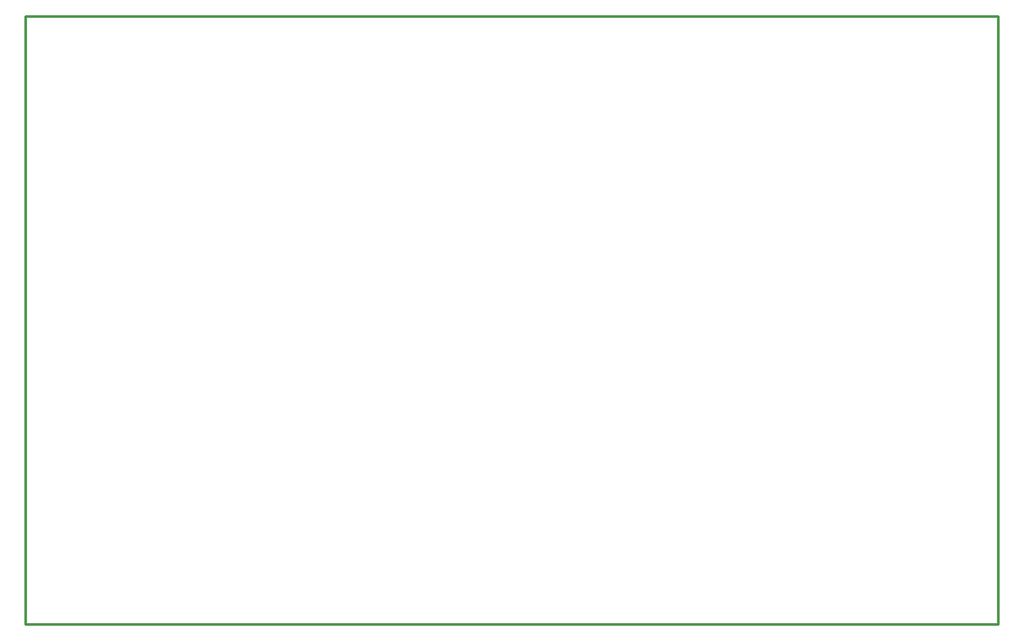
<source format=gbr>
%TF.GenerationSoftware,KiCad,Pcbnew,8.0.6-8.0.6-0~ubuntu22.04.1*%
%TF.CreationDate,2024-10-30T23:16:21-03:00*%
%TF.ProjectId,Projeto SEMB,50726f6a-6574-46f2-9053-454d422e6b69,rev?*%
%TF.SameCoordinates,Original*%
%TF.FileFunction,Profile,NP*%
%FSLAX46Y46*%
G04 Gerber Fmt 4.6, Leading zero omitted, Abs format (unit mm)*
G04 Created by KiCad (PCBNEW 8.0.6-8.0.6-0~ubuntu22.04.1) date 2024-10-30 23:16:21*
%MOMM*%
%LPD*%
G01*
G04 APERTURE LIST*
%TA.AperFunction,Profile*%
%ADD10C,0.500000*%
%TD*%
G04 APERTURE END LIST*
D10*
X28750000Y-34250000D02*
X218000000Y-34250000D01*
X218000000Y-152500000D01*
X28750000Y-152500000D01*
X28750000Y-34250000D01*
M02*

</source>
